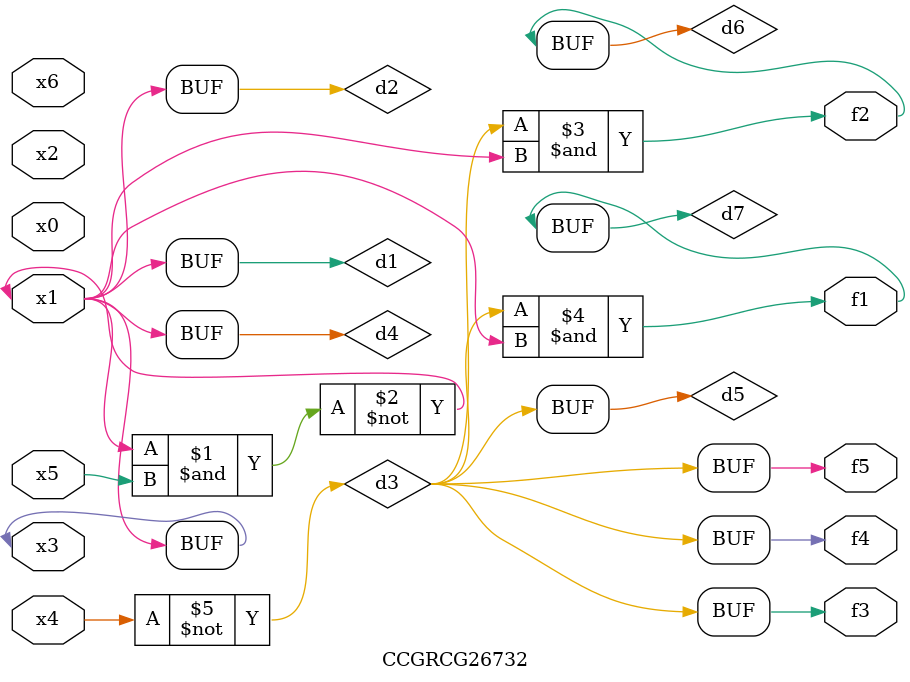
<source format=v>
module CCGRCG26732(
	input x0, x1, x2, x3, x4, x5, x6,
	output f1, f2, f3, f4, f5
);

	wire d1, d2, d3, d4, d5, d6, d7;

	buf (d1, x1, x3);
	nand (d2, x1, x5);
	not (d3, x4);
	buf (d4, d1, d2);
	buf (d5, d3);
	and (d6, d3, d4);
	and (d7, d3, d4);
	assign f1 = d7;
	assign f2 = d6;
	assign f3 = d5;
	assign f4 = d5;
	assign f5 = d5;
endmodule

</source>
